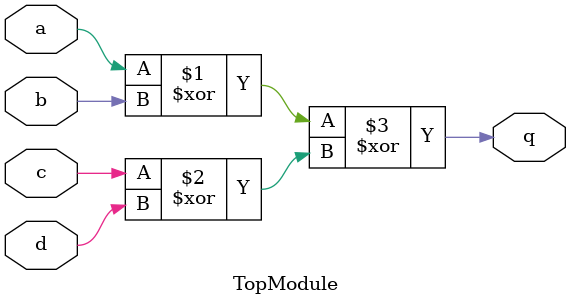
<source format=sv>
module TopModule(
    input logic a,
    input logic b,
    input logic c,
    input logic d,
    output logic q
);
    assign q = (a ^ b) ^ (c ^ d);
endmodule
</source>
